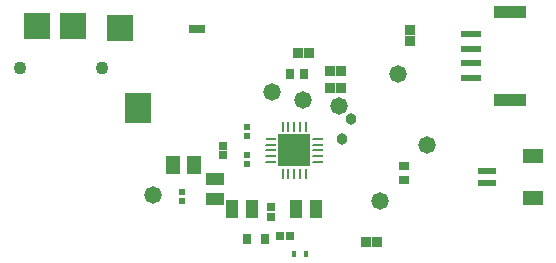
<source format=gbr>
%TF.GenerationSoftware,Altium Limited,Altium Designer,25.8.1 (18)*%
G04 Layer_Color=8388736*
%FSLAX45Y45*%
%MOMM*%
%TF.SameCoordinates,59470FF0-CD15-45DD-BB61-DC51C1D221A1*%
%TF.FilePolarity,Negative*%
%TF.FileFunction,Soldermask,Top*%
%TF.Part,Single*%
G01*
G75*
%TA.AperFunction,SMDPad,CuDef*%
%ADD12R,0.47247X0.51535*%
%ADD13R,1.70000X0.60000*%
%ADD14R,2.80000X1.00000*%
%ADD15R,1.80000X1.20000*%
%ADD16R,1.55000X0.60000*%
%ADD20R,0.90000X0.75000*%
G04:AMPARAMS|DCode=21|XSize=0.23928mm|YSize=0.93106mm|CornerRadius=0.11964mm|HoleSize=0mm|Usage=FLASHONLY|Rotation=0.000|XOffset=0mm|YOffset=0mm|HoleType=Round|Shape=RoundedRectangle|*
%AMROUNDEDRECTD21*
21,1,0.23928,0.69178,0,0,0.0*
21,1,0.00000,0.93106,0,0,0.0*
1,1,0.23928,0.00000,-0.34589*
1,1,0.23928,0.00000,-0.34589*
1,1,0.23928,0.00000,0.34589*
1,1,0.23928,0.00000,0.34589*
%
%ADD21ROUNDEDRECTD21*%
G04:AMPARAMS|DCode=22|XSize=0.93106mm|YSize=0.23928mm|CornerRadius=0.11964mm|HoleSize=0mm|Usage=FLASHONLY|Rotation=0.000|XOffset=0mm|YOffset=0mm|HoleType=Round|Shape=RoundedRectangle|*
%AMROUNDEDRECTD22*
21,1,0.93106,0.00000,0,0,0.0*
21,1,0.69178,0.23928,0,0,0.0*
1,1,0.23928,0.34589,0.00000*
1,1,0.23928,-0.34589,0.00000*
1,1,0.23928,-0.34589,0.00000*
1,1,0.23928,0.34589,0.00000*
%
%ADD22ROUNDEDRECTD22*%
%ADD23R,0.93106X0.23928*%
%ADD24R,2.75000X2.75000*%
%ADD25R,0.52000X0.52000*%
%ADD26R,0.80000X0.90000*%
%ADD28R,0.45000X0.50000*%
%ADD30R,2.20000X2.30000*%
%ADD31R,2.20000X2.50000*%
%ADD34R,0.75000X0.90000*%
%TA.AperFunction,ComponentPad*%
%ADD36C,1.10000*%
%TA.AperFunction,SMDPad,CuDef*%
%ADD45R,0.65320X0.65320*%
%ADD46R,1.20320X1.55320*%
%ADD47R,1.05320X1.50320*%
%ADD48R,0.85320X0.90320*%
%ADD49R,0.90320X0.85320*%
%ADD50R,0.75320X0.80320*%
%ADD51R,1.50320X1.05320*%
%ADD52R,0.65320X0.65320*%
%ADD53R,0.80320X0.75320*%
%TA.AperFunction,ViaPad*%
%ADD54C,1.47320*%
%ADD55C,0.96520*%
D12*
X1800000Y900000D02*
D03*
Y975713D02*
D03*
X2350000Y1449287D02*
D03*
Y1525000D02*
D03*
D13*
X4242500Y2312500D02*
D03*
Y2187500D02*
D03*
Y2062500D02*
D03*
Y1937500D02*
D03*
D14*
X4577500Y1752500D02*
D03*
Y2497500D02*
D03*
D15*
X4767500Y920000D02*
D03*
Y1280000D02*
D03*
D16*
X4380000Y1050000D02*
D03*
Y1150000D02*
D03*
D20*
X3675000Y1075000D02*
D03*
Y1195000D02*
D03*
D21*
X2800000Y1524053D02*
D03*
X2700000D02*
D03*
X2650000D02*
D03*
X2750000D02*
D03*
X2850000D02*
D03*
Y1125947D02*
D03*
X2800000D02*
D03*
X2750000D02*
D03*
X2700000D02*
D03*
X2650000D02*
D03*
D22*
X2949053Y1325000D02*
D03*
Y1425000D02*
D03*
Y1375000D02*
D03*
Y1275000D02*
D03*
Y1225000D02*
D03*
X2550947D02*
D03*
Y1275000D02*
D03*
Y1325000D02*
D03*
Y1375000D02*
D03*
D23*
Y1425000D02*
D03*
D24*
X2750000Y1325000D02*
D03*
D25*
X2350000Y1210000D02*
D03*
Y1290000D02*
D03*
D26*
X2500000Y575000D02*
D03*
X2350000D02*
D03*
D28*
X2750000Y450000D02*
D03*
X2845000D02*
D03*
D30*
X1275000Y2360000D02*
D03*
X875000Y2380000D02*
D03*
X575000D02*
D03*
D31*
X1425000Y1680000D02*
D03*
D34*
X2835000Y1975000D02*
D03*
X2715000D02*
D03*
D36*
X1125000Y2025000D02*
D03*
X425000D02*
D03*
D45*
X1890000Y2350000D02*
D03*
X1960000D02*
D03*
D46*
X1720000Y1200000D02*
D03*
X1900000D02*
D03*
D47*
X2225000Y825000D02*
D03*
X2395000D02*
D03*
X2765000D02*
D03*
X2935000D02*
D03*
D48*
X3725000Y2250000D02*
D03*
Y2345000D02*
D03*
D49*
X3145000Y2000000D02*
D03*
X3447500Y550000D02*
D03*
X2872500Y2150000D02*
D03*
X2777500D02*
D03*
X3352500Y550000D02*
D03*
X3052500Y1850000D02*
D03*
X3147500D02*
D03*
X3050000Y2000000D02*
D03*
D50*
X2550000Y757500D02*
D03*
Y842500D02*
D03*
D51*
X2075000Y915000D02*
D03*
Y1085000D02*
D03*
D52*
X2150000Y1360000D02*
D03*
Y1290000D02*
D03*
D53*
X2625000Y600000D02*
D03*
X2710000D02*
D03*
D54*
X3475000Y900000D02*
D03*
X3625000Y1975000D02*
D03*
X2825000Y1750000D02*
D03*
X2558942Y1816058D02*
D03*
X1550000Y950000D02*
D03*
X3125000Y1700000D02*
D03*
X3875000Y1375000D02*
D03*
D55*
X3232062Y1589407D02*
D03*
X3150000Y1425000D02*
D03*
%TF.MD5,db1c684487b60ed2e5ddf634d179cc1a*%
M02*

</source>
